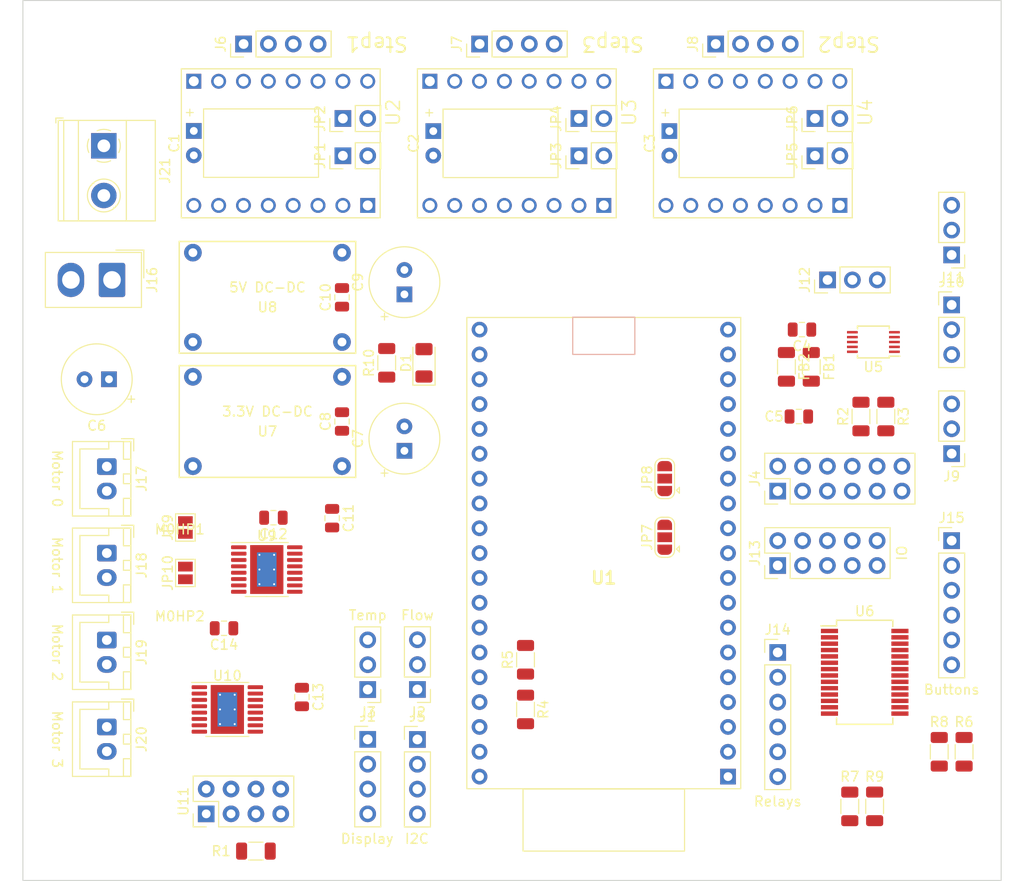
<source format=kicad_pcb>
(kicad_pcb (version 20211014) (generator pcbnew)
  (layers (0 "F.Cu" signal) (31 "B.Cu" signal) (34 "B.Paste" user) (35 "F.Paste" user) (36 "B.SilkS" user "B.Silkscreen") (37 "F.SilkS" user "F.Silkscreen") (38 "B.Mask" user) (39 "F.Mask" user) (44 "Edge.Cuts" user))
  (net 0 "")
  (net 1 "+12V")
  (net 2 "GND")
  (net 3 "Net-(C4-Pad1)")
  (net 4 "Net-(C4-Pad2)")
  (net 5 "+3V3")
  (net 6 "+5V")
  (net 7 "Net-(C11-Pad2)")
  (net 8 "Net-(C12-Pad1)")
  (net 9 "Net-(D1-Pad1)")
  (net 10 "/flow_counter")
  (net 11 "/temp_onewire")
  (net 12 "/GPI34")
  (net 13 "/ESPEN")
  (net 14 "/GPI35")
  (net 15 "/GPIO0")
  (net 16 "/GPI36")
  (net 17 "/GPIO2")
  (net 18 "/GPI39")
  (net 19 "/SDA")
  (net 20 "/SCL")
  (net 21 "Net-(J6-Pad1)")
  (net 22 "Net-(J6-Pad2)")
  (net 23 "Net-(J6-Pad3)")
  (net 24 "Net-(J6-Pad4)")
  (net 25 "/analog_sensors/PH_ANA")
  (net 26 "/analog_sensors/EC_ANA")
  (net 27 "/analog_sensors/WLEVEL_ANA")
  (net 28 "/analog_sensors/ANA3")
  (net 29 "/io_expander/IO0")
  (net 30 "/io_expander/IO7")
  (net 31 "/io_expander/IO1")
  (net 32 "/io_expander/IO6")
  (net 33 "/io_expander/IO2")
  (net 34 "/io_expander/IO5")
  (net 35 "/io_expander/IO3")
  (net 36 "/io_expander/IO4")
  (net 37 "/io_expander/RELAY0")
  (net 38 "/io_expander/RELAY1")
  (net 39 "/io_expander/RELAY2")
  (net 40 "/io_expander/RELAY3")
  (net 41 "/io_expander/BUTTON0")
  (net 42 "/io_expander/BUTTON1")
  (net 43 "/io_expander/BUTTON2")
  (net 44 "/io_expander/BUTTON3")
  (net 45 "Net-(J17-Pad1)")
  (net 46 "Net-(J17-Pad2)")
  (net 47 "Net-(J18-Pad1)")
  (net 48 "Net-(J18-Pad2)")
  (net 49 "Net-(J19-Pad1)")
  (net 50 "Net-(J19-Pad2)")
  (net 51 "Net-(JP1-Pad2)")
  (net 52 "Net-(JP2-Pad2)")
  (net 53 "Net-(R2-Pad2)")
  (net 54 "Net-(R3-Pad1)")
  (net 57 "Net-(R9-Pad2)")
  (net 58 "Net-(R8-Pad2)")
  (net 59 "Net-(R6-Pad2)")
  (net 60 "Net-(R7-Pad2)")
  (net 61 "/io_expander/INTERRUPT_2")
  (net 62 "/button_int")
  (net 63 "/motors_en")
  (net 65 "/m1_in1")
  (net 66 "/m1_in2")
  (net 67 "/m0_in2")
  (net 68 "/m0_in1")
  (net 69 "Net-(J20-Pad2)")
  (net 70 "Net-(J20-Pad1)")
  (net 72 "/m3_in1")
  (net 73 "/m3_in2")
  (net 74 "Net-(C14-Pad1)")
  (net 75 "/m2_in2")
  (net 76 "/m2_in1")
  (net 77 "/step_dir")
  (net 78 "/step_step")
  (net 81 "/step1_en")
  (net 84 "Net-(JP4-Pad2)")
  (net 85 "Net-(JP3-Pad2)")
  (net 86 "/step2_en")
  (net 87 "Net-(J7-Pad2)")
  (net 88 "Net-(J7-Pad1)")
  (net 89 "Net-(J7-Pad3)")
  (net 90 "Net-(J7-Pad4)")
  (net 93 "Net-(JP6-Pad2)")
  (net 94 "Net-(JP5-Pad2)")
  (net 95 "/step3_en")
  (net 96 "Net-(J8-Pad2)")
  (net 97 "Net-(J8-Pad1)")
  (net 98 "Net-(J8-Pad3)")
  (net 99 "Net-(J8-Pad4)")
  (net 100 "/RXD0")
  (net 101 "/TXD0")
  (net 109 "Net-(C13-Pad2)")
  (net 110 "Net-(JP7-Pad2)")
  (net 111 "Net-(JP8-Pad2)")
  (net 112 "Net-(R1-Pad1)")
  (footprint "Components:CP_Horizontal_Tantal_D7.0mm_P2.50mm_Flip" (layer "F.Cu") (at 126.08 53.36 90)
    (fp_text reference "C3" (at -1.25 -2 90) (layer "F.SilkS"))
    (fp_text value "100u")
    (pad "1" thru_hole rect (at 0 0 90) (size 1.6 1.6) (drill 0.8) (layers *.Cu *.Mask) (net 1 "+12V"))
    (pad "2" thru_hole circle (at -2.5 0 90) (size 1.6 1.6) (drill 0.8) (layers *.Cu *.Mask) (net 2 "GND"))
  )
  (footprint "Connector_PinHeader_2.54mm:PinHeader_1x03_P2.54mm_Vertical" (layer "F.Cu") (at 142.255 68.58 90)
    (fp_text reference "J12" (at 0 -2.33 90) (layer "F.SilkS"))
    (fp_text value "ANA3")
    (pad "1" thru_hole rect (at 0 0 90) (size 1.7 1.7) (drill 1) (layers *.Cu *.Mask) (net 5 "+3V3"))
    (pad "2" thru_hole oval (at 0 2.54 90) (size 1.7 1.7) (drill 1) (layers *.Cu *.Mask) (net 28 "/analog_sensors/ANA3"))
    (pad "3" thru_hole oval (at 0 5.08 90) (size 1.7 1.7) (drill 1) (layers *.Cu *.Mask) (net 2 "GND"))
  )
  (footprint "LED_SMD:LED_1206_3216Metric" (layer "F.Cu") (at 101 77.06 90)
    (fp_text reference "D1" (at 0 -1.82 90) (layer "F.SilkS"))
    (fp_text value "LED")
    (pad "1" smd roundrect (at -1.4 0 90) (size 1.25 1.75) (layers "F.Cu" "F.Paste" "F.Mask") (roundrect_rratio 0.2) (net 9 "Net-(D1-Pad1)"))
    (pad "2" smd roundrect (at 1.4 0 90) (size 1.25 1.75) (layers "F.Cu" "F.Paste" "F.Mask") (roundrect_rratio 0.2) (net 5 "+3V3"))
  )
  (footprint "MountingHole:MountingHole_3mm" (layer "F.Cu") (at 155 45)
    (fp_text reference "MH3" hide)
    (fp_text value "MountingHole_3mm")
    (pad "" np_thru_hole circle locked (at 0 0) (size 3 3) (drill 3) (layers *.Cu *.Mask))
  )
  (footprint "Resistor_SMD:R_1206_3216Metric" (layer "F.Cu") (at 147.066 122.423 90)
    (fp_text reference "R9" (at 3.043 0 180) (layer "F.SilkS"))
    (fp_text value "10k")
    (pad "1" smd roundrect (at -1.4625 0 90) (size 1.125 1.75) (layers "F.Cu" "F.Paste" "F.Mask") (roundrect_rratio 0.222222) (net 2 "GND"))
    (pad "2" smd roundrect (at 1.4625 0 90) (size 1.125 1.75) (layers "F.Cu" "F.Paste" "F.Mask") (roundrect_rratio 0.222222) (net 57 "Net-(R9-Pad2)"))
  )
  (footprint "Connector_PinHeader_2.54mm:PinHeader_1x04_P2.54mm_Vertical" (layer "F.Cu") (at 95.25 115.57)
    (fp_text reference "J1" (at 0 -2.33) (layer "F.SilkS"))
    (fp_text value "Display")
    (pad "1" thru_hole rect (at 0 0) (size 1.7 1.7) (drill 1) (layers *.Cu *.Mask) (net 5 "+3V3"))
    (pad "2" thru_hole oval (at 0 2.54) (size 1.7 1.7) (drill 1) (layers *.Cu *.Mask) (net 19 "/SDA"))
    (pad "3" thru_hole oval (at 0 5.08) (size 1.7 1.7) (drill 1) (layers *.Cu *.Mask) (net 20 "/SCL"))
    (pad "4" thru_hole oval (at 0 7.62) (size 1.7 1.7) (drill 1) (layers *.Cu *.Mask) (net 2 "GND"))
  )
  (footprint "Connector_PinHeader_2.54mm:PinHeader_1x03_P2.54mm_Vertical" (layer "F.Cu") (at 95.25 110.475 180)
    (fp_text reference "J3" (at 0 -2.33 180) (layer "F.SilkS"))
    (fp_text value "Onewire T")
    (pad "1" thru_hole rect (at 0 0 180) (size 1.7 1.7) (drill 1) (layers *.Cu *.Mask) (net 5 "+3V3"))
    (pad "2" thru_hole oval (at 0 2.54 180) (size 1.7 1.7) (drill 1) (layers *.Cu *.Mask) (net 11 "/temp_onewire"))
    (pad "3" thru_hole oval (at 0 5.08 180) (size 1.7 1.7) (drill 1) (layers *.Cu *.Mask) (net 2 "GND"))
  )
  (footprint "TerminalBlock_Phoenix:TerminalBlock_Phoenix_MKDS-1,5-2-5.08_1x02_P5.08mm_Horizontal" (layer "F.Cu") (at 68.275 54.864 -90)
    (fp_text reference "J21" (at 2.54 -6.26 90) (layer "F.SilkS"))
    (fp_text value "12V Power")
    (pad "1" thru_hole rect (at 0 0 270) (size 2.6 2.6) (drill 1.3) (layers *.Cu *.Mask) (net 1 "+12V"))
    (pad "2" thru_hole circle (at 5.08 0 270) (size 2.6 2.6) (drill 1.3) (layers *.Cu *.Mask) (net 2 "GND"))
  )
  (footprint "MountingHole:MountingHole_3mm" (layer "F.Cu") (at 155 125)
    (fp_text reference "MH3" hide)
    (fp_text value "MountingHole_3mm")
    (pad "" np_thru_hole circle locked (at 0 0) (size 3 3) (drill 3) (layers *.Cu *.Mask))
  )
  (footprint "Resistor_SMD:R_1206_3216Metric" (layer "F.Cu") (at 148.21 82.55 -90)
    (fp_text reference "R3" (at 0 -1.82 90) (layer "F.SilkS"))
    (fp_text value "10k")
    (pad "1" smd roundrect (at -1.4625 0 270) (size 1.125 1.75) (layers "F.Cu" "F.Paste" "F.Mask") (roundrect_rratio 0.222222) (net 54 "Net-(R3-Pad1)"))
    (pad "2" smd roundrect (at 1.4625 0 270) (size 1.125 1.75) (layers "F.Cu" "F.Paste" "F.Mask") (roundrect_rratio 0.222222) (net 2 "GND"))
  )
  (footprint "Connector_PinHeader_2.54mm:PinHeader_1x02_P2.54mm_Vertical" (layer "F.Cu") (at 92.71 52.07 90)
    (fp_text reference "JP2" (at 0 -2.33 90) (layer "F.SilkS"))
    (fp_text value "Step1_MS2")
    (pad "1" thru_hole rect (at 0 0 90) (size 1.7 1.7) (drill 1) (layers *.Cu *.Mask) (net 5 "+3V3"))
    (pad "2" thru_hole oval (at 0 2.54 90) (size 1.7 1.7) (drill 1) (layers *.Cu *.Mask) (net 52 "Net-(JP2-Pad2)"))
  )
  (footprint "Connector_PinHeader_2.54mm:PinHeader_1x04_P2.54mm_Vertical" (layer "F.Cu") (at 130.82 44.45 90)
    (fp_text reference "J8" (at 0 -2.33 90) (layer "F.SilkS"))
    (fp_text value "Step3")
    (pad "1" thru_hole rect (at 0 0 90) (size 1.7 1.7) (drill 1) (layers *.Cu *.Mask) (net 97 "Net-(J8-Pad1)"))
    (pad "2" thru_hole oval (at 0 2.54 90) (size 1.7 1.7) (drill 1) (layers *.Cu *.Mask) (net 96 "Net-(J8-Pad2)"))
    (pad "3" thru_hole oval (at 0 5.08 90) (size 1.7 1.7) (drill 1) (layers *.Cu *.Mask) (net 98 "Net-(J8-Pad3)"))
    (pad "4" thru_hole oval (at 0 7.62 90) (size 1.7 1.7) (drill 1) (layers *.Cu *.Mask) (net 99 "Net-(J8-Pad4)"))
  )
  (footprint "Connector_JST:JST_XH_B2B-XH-A_1x02_P2.50mm_Vertical" (layer "F.Cu") (at 68.58 87.67 -90)
    (fp_text reference "J17" (at 1.25 -3.55 -90) (layer "F.SilkS"))
    (fp_text value "DCM0")
    (pad "1" thru_hole roundrect (at 0 0 270) (size 1.7 2) (drill 1) (layers *.Cu *.Mask) (roundrect_rratio 0.147059) (net 45 "Net-(J17-Pad1)"))
    (pad "2" thru_hole oval (at 2.5 0 270) (size 1.7 2) (drill 1) (layers *.Cu *.Mask) (net 46 "Net-(J17-Pad2)"))
  )
  (footprint "Capacitor_SMD:C_0805_2012Metric" (layer "F.Cu") (at 85.61 92.9 180)
    (fp_text reference "C12" (at 0 -1.68 180) (layer "F.SilkS"))
    (fp_text value "2u2")
    (pad "1" smd roundrect (at -0.95 0 180) (size 1 1.45) (layers "F.Cu" "F.Paste" "F.Mask") (net 8 "Net-(C12-Pad1)"))
    (pad "2" smd roundrect (at 0.95 0 180) (size 1 1.45) (layers "F.Cu" "F.Paste" "F.Mask") (net 2 "GND"))
  )
  (footprint "Connector_PinHeader_2.54mm:PinHeader_2x05_P2.54mm_Vertical" (layer "F.Cu") (at 137.16 97.79 90)
    (fp_text reference "J13" (at 1.27 -2.33 90) (layer "F.SilkS"))
    (fp_text value "IO")
    (pad "1" thru_hole rect (at 0 0 90) (size 1.7 1.7) (drill 1) (layers *.Cu *.Mask) (net 5 "+3V3"))
    (pad "2" thru_hole oval (at 2.54 0 90) (size 1.7 1.7) (drill 1) (layers *.Cu *.Mask) (net 2 "GND"))
    (pad "3" thru_hole oval (at 0 2.54 90) (size 1.7 1.7) (drill 1) (layers *.Cu *.Mask) (net 31 "/io_expander/IO1"))
    (pad "4" thru_hole oval (at 2.54 2.54 90) (size 1.7 1.7) (drill 1) (layers *.Cu *.Mask) (net 29 "/io_expander/IO0"))
    (pad "5" thru_hole oval (at 0 5.08 90) (size 1.7 1.7) (drill 1) (layers *.Cu *.Mask) (net 35 "/io_expander/IO3"))
    (pad "6" thru_hole oval (at 2.54 5.08 90) (size 1.7 1.7) (drill 1) (layers *.Cu *.Mask) (net 33 "/io_expander/IO2"))
    (pad "7" thru_hole oval (at 0 7.62 90) (size 1.7 1.7) (drill 1) (layers *.Cu *.Mask) (net 36 "/io_expander/IO4"))
    (pad "8" thru_hole oval (at 2.54 7.62 90) (size 1.7 1.7) (drill 1) (layers *.Cu *.Mask) (net 34 "/io_expander/IO5"))
    (pad "9" thru_hole oval (at 0 10.16 90) (size 1.7 1.7) (drill 1) (layers *.Cu *.Mask) (net 32 "/io_expander/IO6"))
    (pad "10" thru_hole oval (at 2.54 10.16 90) (size 1.7 1.7) (drill 1) (layers *.Cu *.Mask) (net 30 "/io_expander/IO7"))
  )
  (footprint "PCB Modules:Mini360" (layer "F.Cu") (at 85 83.06)
    (fp_text reference "U7" (at 0 1.016) (layer "F.SilkS"))
    (fp_text value "3.3V DC-DC" (at 0 -1.016) (layer "F.SilkS"))
    (pad "1" thru_hole circle (at -7.62 -4.57) (size 1.8 1.8) (drill 0.9) (layers *.Cu *.Mask) (net 2 "GND"))
    (pad "2" thru_hole circle (at -7.62 4.57) (size 1.8 1.8) (drill 0.9) (layers *.Cu *.Mask) (net 1 "+12V"))
    (pad "3" thru_hole circle (at 7.62 -4.57) (size 1.8 1.8) (drill 0.9) (layers *.Cu *.Mask) (net 2 "GND"))
    (pad "4" thru_hole circle (at 7.62 4.57) (size 1.8 1.8) (drill 0.9) (layers *.Cu *.Mask) (net 5 "+3V3"))
  )
  (footprint "Capacitor_SMD:C_0805_2012Metric" (layer "F.Cu") (at 80.56 104.21 180)
    (fp_text reference "C14" (at 0 -1.68 180) (layer "F.SilkS"))
    (fp_text value "2u2")
    (pad "1" smd roundrect (at -0.95 0 180) (size 1 1.45) (layers "F.Cu" "F.Paste" "F.Mask") (net 74 "Net-(C14-Pad1)"))
    (pad "2" smd roundrect (at 0.95 0 180) (size 1 1.45) (layers "F.Cu" "F.Paste" "F.Mask") (net 2 "GND"))
  )
  (footprint "Connector_PinHeader_2.54mm:PinHeader_1x06_P2.54mm_Vertical" (layer "F.Cu") (at 154.94 95.245)
    (fp_text reference "J15" (at 0 -2.33) (layer "F.SilkS"))
    (fp_text value "Buttons")
    (pad "1" thru_hole rect (at 0 0) (size 1.7 1.7) (drill 1) (layers *.Cu *.Mask) (net 5 "+3V3"))
    (pad "2" thru_hole oval (at 0 2.54) (size 1.7 1.7) (drill 1) (layers *.Cu *.Mask) (net 2 "GND"))
    (pad "3" thru_hole oval (at 0 5.08) (size 1.7 1.7) (drill 1) (layers *.Cu *.Mask) (net 44 "/io_expander/BUTTON3"))
    (pad "4" thru_hole oval (at 0 7.62) (size 1.7 1.7) (drill 1) (layers *.Cu *.Mask) (net 43 "/io_expander/BUTTON2"))
    (pad "5" thru_hole oval (at 0 10.16) (size 1.7 1.7) (drill 1) (layers *.Cu *.Mask) (net 42 "/io_expander/BUTTON1"))
    (pad "6" thru_hole oval (at 0 12.7) (size 1.7 1.7) (drill 1) (layers *.Cu *.Mask) (net 41 "/io_expander/BUTTON0"))
  )
  (footprint "Capacitor_SMD:C_0805_2012Metric" (layer "F.Cu") (at 91.61 92.95 -90)
    (fp_text reference "C11" (at 0 -1.68 -90) (layer "F.SilkS"))
    (fp_text value "10n")
    (pad "1" smd roundrect (at -0.95 0 270) (size 1 1.45) (layers "F.Cu" "F.Paste" "F.Mask") (net 1 "+12V"))
    (pad "2" smd roundrect (at 0.95 0 270) (size 1 1.45) (layers "F.Cu" "F.Paste" "F.Mask") (net 7 "Net-(C11-Pad2)"))
  )
  (footprint "Resistor_SMD:R_1206_3216Metric" (layer "F.Cu") (at 138.05 77.47 -90)
    (fp_text reference "FB2" (at 0 -1.82 90) (layer "F.SilkS"))
    (fp_text value "FerriteBead_Small")
    (pad "1" smd roundrect (at -1.4625 0 270) (size 1.125 1.75) (layers "F.Cu" "F.Paste" "F.Mask") (roundrect_rratio 0.222222) (net 4 "Net-(C4-Pad2)"))
    (pad "2" smd roundrect (at 1.4625 0 270) (size 1.125 1.75) (layers "F.Cu" "F.Paste" "F.Mask") (roundrect_rratio 0.222222) (net 2 "GND"))
  )
  (footprint "Resistor_SMD:R_1206_3216Metric" (layer "F.Cu") (at 97.19 77.06 90)
    (fp_text reference "R10" (at 0 -1.82 90) (layer "F.SilkS"))
    (fp_text value "100")
    (pad "1" smd roundrect (at -1.4625 0 90) (size 1.125 1.75) (layers "F.Cu" "F.Paste" "F.Mask") (roundrect_rratio 0.222222) (net 9 "Net-(D1-Pad1)"))
    (pad "2" smd roundrect (at 1.4625 0 90) (size 1.125 1.75) (layers "F.Cu" "F.Paste" "F.Mask") (roundrect_rratio 0.222222) (net 2 "GND"))
  )
  (footprint "Jumper:SolderJumper-3_P1.3mm_Open_RoundedPad1.0x1.5mm" (layer "F.Cu") (at 125.61 94.9 90)
    (fp_text reference "JP7" (at 0 -1.8 90) (layer "F.SilkS"))
    (fp_text value "M1-IN1")
    (pad "1" smd custom (at -1.3 0 90) (size 1 0.5) (layers "F.Cu" "F.Mask") (net 65 "/m1_in1") (options (clearance outline) (anchor rect)) (primitives (gr_circle (center 0 0.25) (end 0.5 0.25) (width 0) (fill yes)) (gr_circle (center 0 -0.25) (end 0.5 -0.25) (width 0) (fill yes)) (gr_poly (pts (xy 0.55 0.75) (xy 0 0.75) (xy 0 -0.75) (xy 0.55 -0.75)) (width 0) (fill yes))))
    (pad "2" smd rect (at 0 0 90) (size 1 1.5) (layers "F.Cu" "F.Mask") (net 110 "Net-(JP7-Pad2)"))
    (pad "3" smd custom (at 1.3 0 90) (size 1 0.5) (layers "F.Cu" "F.Mask") (net 68 "/m0_in1") (options (clearance outline) (anchor rect)) (primitives (gr_circle (center 0 0.25) (end 0.5 0.25) (width 0) (fill yes)) (gr_circle (center 0 -0.25) (end 0.5 -0.25) (width 0) (fill yes)) (gr_poly (pts (xy 0 0.75) (xy -0.55 0.75) (xy -0.55 -0.75) (xy 0 -0.75)) (width 0) (fill yes))))
  )
  (footprint "Connector_PinHeader_2.54mm:PinHeader_1x02_P2.54mm_Vertical" (layer "F.Cu") (at 116.84 55.88 90)
    (fp_text reference "JP3" (at 0 -2.33 90) (layer "F.SilkS"))
    (fp_text value "Step2_MS1")
    (pad "1" thru_hole rect (at 0 0 90) (size 1.7 1.7) (drill 1) (layers *.Cu *.Mask) (net 5 "+3V3"))
    (pad "2" thru_hole oval (at 0 2.54 90) (size 1.7 1.7) (drill 1) (layers *.Cu *.Mask) (net 85 "Net-(JP3-Pad2)"))
  )
  (footprint "Connector_PinHeader_2.54mm:PinHeader_1x06_P2.54mm_Vertical" (layer "F.Cu") (at 137.16 106.68)
    (fp_text reference "J14" (at 0 -2.33) (layer "F.SilkS"))
    (fp_text value "Relays")
    (pad "1" thru_hole rect (at 0 0) (size 1.7 1.7) (drill 1) (layers *.Cu *.Mask) (net 5 "+3V3"))
    (pad "2" thru_hole oval (at 0 2.54) (size 1.7 1.7) (drill 1) (layers *.Cu *.Mask) (net 2 "GND"))
    (pad "3" thru_hole oval (at 0 5.08) (size 1.7 1.7) (drill 1) (layers *.Cu *.Mask) (net 37 "/io_expander/RELAY0"))
    (pad "4" thru_hole oval (at 0 7.62) (size 1.7 1.7) (drill 1) (layers *.Cu *.Mask) (net 38 "/io_expander/RELAY1"))
    (pad "5" thru_hole oval (at 0 10.16) (size 1.7 1.7) (drill 1) (layers *.Cu *.Mask) (net 39 "/io_expander/RELAY2"))
    (pad "6" thru_hole oval (at 0 12.7) (size 1.7 1.7) (drill 1) (layers *.Cu *.Mask) (net 40 "/io_expander/RELAY3"))
  )
  (footprint "Jumper:SolderJumper-3_P1.3mm_Open_RoundedPad1.0x1.5mm" (layer "F.Cu") (at 125.61 88.9 90)
    (fp_text reference "JP8" (at 0 -1.8 90) (layer "F.SilkS"))
    (fp_text value "M1-IN2")
    (pad "1" smd custom (at -1.3 0 90) (size 1 0.5) (layers "F.Cu" "F.Mask") (net 66 "/m1_in2") (options (clearance outline) (anchor rect)) (primitives (gr_circle (center 0 0.25) (end 0.5 0.25) (width 0) (fill yes)) (gr_circle (center 0 -0.25) (end 0.5 -0.25) (width 0) (fill yes)) (gr_poly (pts (xy 0.55 0.75) (xy 0 0.75) (xy 0 -0.75) (xy 0.55 -0.75)) (width 0) (fill yes))))
    (pad "2" smd rect (at 0 0 90) (size 1 1.5) (layers "F.Cu" "F.Mask") (net 111 "Net-(JP8-Pad2)"))
    (pad "3" smd custom (at 1.3 0 90) (size 1 0.5) (layers "F.Cu" "F.Mask") (net 67 "/m0_in2") (options (clearance outline) (anchor rect)) (primitives (gr_circle (center 0 0.25) (end 0.5 0.25) (width 0) (fill yes)) (gr_circle (center 0 -0.25) (end 0.5 -0.25) (width 0) (fill yes)) (gr_poly (pts (xy 0 0.75) (xy -0.55 0.75) (xy -0.55 -0.75) (xy 0 -0.75)) (width 0) (fill yes))))
  )
  (footprint "Capacitor_SMD:C_0805_2012Metric" (layer "F.Cu") (at 139.32 82.55 180)
    (fp_text reference "C5" (at 2.54 0 180) (layer "F.SilkS"))
    (fp_text value "1uF")
    (pad "1" smd roundrect (at -0.95 0 180) (size 1 1.45) (layers "F.Cu" "F.Paste" "F.Mask") (net 5 "+3V3"))
    (pad "2" smd roundrect (at 0.95 0 180) (size 1 1.45) (layers "F.Cu" "F.Paste" "F.Mask") (net 2 "GND"))
  )
  (footprint "Capacitor_SMD:C_0805_2012Metric" (layer "F.Cu") (at 92.62 70.36 90)
    (fp_text reference "C10" (at 0 -1.68 90) (layer "F.SilkS"))
    (fp_text value "100nF")
    (pad "1" smd roundrect (at -0.95 0 90) (size 1 1.45) (layers "F.Cu" "F.Paste" "F.Mask") (net 6 "+5V"))
    (pad "2" smd roundrect (at 0.95 0 90) (size 1 1.45) (layers "F.Cu" "F.Paste" "F.Mask") (net 2 "GND"))
  )
  (footprint "Connector_PinHeader_2.54mm:PinHeader_1x04_P2.54mm_Vertical" (layer "F.Cu") (at 82.56 44.45 90)
    (fp_text reference "J6" (at 0 -2.33 90) (layer "F.SilkS"))
    (fp_text value "Step1")
    (pad "1" thru_hole rect (at 0 0 90) (size 1.7 1.7) (drill 1) (layers *.Cu *.Mask) (net 21 "Net-(J6-Pad1)"))
    (pad "2" thru_hole oval (at 0 2.54 90) (size 1.7 1.7) (drill 1) (layers *.Cu *.Mask) (net 22 "Net-(J6-Pad2)"))
    (pad "3" thru_hole oval (at 0 5.08 90) (size 1.7 1.7) (drill 1) (layers *.Cu *.Mask) (net 23 "Net-(J6-Pad3)"))
    (pad "4" thru_hole oval (at 0 7.62 90) (size 1.7 1.7) (drill 1) (layers *.Cu *.Mask) (net 24 "Net-(J6-Pad4)"))
  )
  (footprint "Jumper:SolderJumper-2_P1.3mm_Open_Pad1.0x1.5mm" (layer "F.Cu") (at 76.61 93.9 90)
    (fp_text reference "JP9" (at 0 -1.8 90) (layer "F.SilkS"))
    (fp_text value "M0-HP1")
    (pad "1" smd rect (at -0.65 0 90) (size 1 1.5) (layers "F.Cu" "F.Mask") (net 47 "Net-(J18-Pad1)"))
    (pad "2" smd rect (at 0.65 0 90) (size 1 1.5) (layers "F.Cu" "F.Mask") (net 45 "Net-(J17-Pad1)"))
  )
  (footprint "PCB Modules:ESP01" (layer "F.Cu") (at 78.74 123.19 90)
    (fp_text reference "U11" (at 1.27 -2.33 90) (layer "F.SilkS"))
    (fp_text value "ESP01")
    (pad "1" thru_hole rect (at 0 0 90) (size 1.7 1.7) (drill 0.9) (layers *.Cu *.Mask) (net 100 "/RXD0"))
    (pad "2" thru_hole circle (at 2.54 0 90) (size 1.7 1.7) (drill 0.9) (layers *.Cu *.Mask) (net 2 "GND"))
    (pad "3" thru_hole circle (at 0 2.54 90) (size 1.7 1.7) (drill 0.9) (layers *.Cu *.Mask) (net 112 "Net-(R1-Pad1)"))
    (pad "4" thru_hole circle (at 2.54 2.54 90) (size 1.7 1.7) (drill 0.9) (layers *.Cu *.Mask))
    (pad "5" thru_hole circle (at 0 5.08 90) (size 1.7 1.7) (drill 0.9) (layers *.Cu *.Mask))
    (pad "6" thru_hole circle (at 2.54 5.08 90) (size 1.7 1.7) (drill 0.9) (layers *.Cu *.Mask))
    (pad "7" thru_hole circle (at 0 7.62 90) (size 1.7 1.7) (drill 0.9) (layers *.Cu *.Mask) (net 5 "+3V3"))
    (pad "8" thru_hole circle (at 2.54 7.62 90) (size 1.7 1.7) (drill 0.9) (layers *.Cu *.Mask) (net 101 "/TXD0"))
  )
  (footprint "Resistor_SMD:R_1206_3216Metric" (layer "F.Cu") (at 153.67 116.84 90)
    (fp_text reference "R8" (at 3.048 0) (layer "F.SilkS"))
    (fp_text value "10k")
    (pad "1" smd roundrect (at -1.4625 0 90) (size 1.125 1.75) (layers "F.Cu" "F.Paste" "F.Mask") (roundrect_rratio 0.222222) (net 2 "GND"))
    (pad "2" smd roundrect (at 1.4625 0 90) (size 1.125 1.75) (layers "F.Cu" "F.Paste" "F.Mask") (roundrect_rratio 0.222222) (net 58 "Net-(R8-Pad2)"))
  )
  (footprint "Jumper:SolderJumper-2_P1.3mm_Open_Pad1.0x1.5mm" (layer "F.Cu") (at 76.61 98.55 90)
    (fp_text reference "JP10" (at 0 -1.8 90) (layer "F.SilkS"))
    (fp_text value "M0-HP2")
    (pad "1" smd rect (at -0.65 0 90) (size 1 1.5) (layers "F.Cu" "F.Mask") (net 48 "Net-(J18-Pad2)"))
    (pad "2" smd rect (at 0.65 0 90) (size 1 1.5) (layers "F.Cu" "F.Mask") (net 46 "Net-(J17-Pad2)"))
  )
  (footprint "Connector_PinHeader_2.54mm:PinHeader_1x02_P2.54mm_Vertical" (layer "F.Cu") (at 140.97 55.88 90)
    (fp_text reference "JP5" (at 0 -2.33 90) (layer "F.SilkS"))
    (fp_text value "Step3_MS1")
    (pad "1" thru_hole rect (at 0 0 90) (size 1.7 1.7) (drill 1) (layers *.Cu *.Mask) (net 5 "+3V3"))
    (pad "2" thru_hole oval (at 0 2.54 90) (size 1.7 1.7) (drill 1) (layers *.Cu *.Mask) (net 94 "Net-(JP5-Pad2)"))
  )
  (footprint "Connector_PinHeader_2.54mm:PinHeader_2x06_P2.54mm_Vertical" (layer "F.Cu") (at 137.16 90.175 90)
    (fp_text reference "J4" (at 1.27 -2.33 90) (layer "F.SilkS"))
    (fp_text value "GPIO")
    (pad "1" thru_hole rect (at 0 0 90) (size 1.7 1.7) (drill 1) (layers *.Cu *.Mask) (net 5 "+3V3"))
    (pad "2" thru_hole oval (at 2.54 0 90) (size 1.7 1.7) (drill 1) (layers *.Cu *.Mask) (net 2 "GND"))
    (pad "3" thru_hole oval (at 0 2.54 90) (size 1.7 1.7) (drill 1) (layers *.Cu *.Mask) (net 6 "+5V"))
    (pad "4" thru_hole oval (at 2.54 2.54 90) (size 1.7 1.7) (drill 1) (layers *.Cu *.Mask) (net 2 "GND"))
    (pad "5" thru_hole oval (at 0 5.08 90) (size 1.7 1.7) (drill 1) (layers *.Cu *.Mask) (net 12 "/GPI34"))
    (pad "6" thru_hole oval (at 2.54 5.08 90) (size 1.7 1.7) (drill 1) (layers *.Cu *.Mask) (net 13 "/ESPEN"))
    (pad "7" thru_hole oval (at 0 7.62 90) (size 1.7 1.7) (drill 1) (layers *.Cu *.Mask) (net 14 "/GPI35"))
    (pad "8" thru_hole oval (at 2.54 7.62 90) (size 1.7 1.7) (drill 1) (layers *.Cu *.Mask) (net 15 "/GPIO0"))
    (pad "9" thru_hole oval (at 0 10.16 90) (size 1.7 1.7) (drill 1) (layers *.Cu *.Mask) (net 16 "/GPI36"))
    (pad "10" thru_hole oval (at 2.54 10.16 90) (size 1.7 1.7) (drill 1) (layers *.Cu *.Mask) (net 17 "/GPIO2"))
    (pad "11" thru_hole oval (at 0 12.7 90) (size 1.7 1.7) (drill 1) (layers *.Cu *.Mask) (net 18 "/GPI39"))
    (pad "12" thru_hole oval (at 2.54 12.7 90) (size 1.7 1.7) (drill 1) (layers *.Cu *.Mask))
  )
  (footprint "MountingHole:MountingHole_3mm" (layer "F.Cu") (at 65 45)
    (fp_text reference "MH3" hide)
    (fp_text value "MountingHole_3mm")
    (pad "" np_thru_hole circle locked (at 0 0) (size 3 3) (drill 3) (layers *.Cu *.Mask))
  )
  (footprint "Connector_JST:JST_XH_B2B-XH-A_1x02_P2.50mm_Vertical" (layer "F.Cu") (at 68.58 96.52 -90)
    (fp_text reference "J18" (at 1.25 -3.55 -90) (layer "F.SilkS"))
    (fp_text value "DCM1")
    (pad "1" thru_hole roundrect (at 0 0 270) (size 1.7 2) (drill 1) (layers *.Cu *.Mask) (roundrect_rratio 0.147059) (net 47 "Net-(J18-Pad1)"))
    (pad "2" thru_hole oval (at 2.5 0 270) (size 1.7 2) (drill 1) (layers *.Cu *.Mask) (net 48 "Net-(J18-Pad2)"))
  )
  (footprint "PCB Modules:TMC2208_Module" (layer "F.Cu") (at 110.49 54.61 -90)
    (fp_text reference "U3" (at -3.155 -11.489 90) (layer "F.SilkS") (effects (font (size 1.4 1.4))))
    (fp_text value "Step Ctrl 2")
    (pad "JP1_1" thru_hole rect (at 6.35 -8.89 270) (size 1.524 1.524) (drill 1.016) (layers *.Cu *.Mask) (net 77 "/step_dir"))
    (pad "JP1_2" thru_hole circle (at 6.35 -6.35 270) (size 1.524 1.524) (drill 1.016) (layers *.Cu *.Mask) (net 78 "/step_step"))
    (pad "JP1_3" thru_hole circle (at 6.35 -3.81 270) (size 1.524 1.524) (drill 1.016) (layers *.Cu *.Mask))
    (pad "JP1_4" thru_hole circle (at 6.35 -1.27 270) (size 1.524 1.524) (drill 1.016) (layers *.Cu *.Mask))
    (pad "JP1_5" thru_hole circle (at 6.35 1.27 270) (size 1.524 1.524) (drill 1.016) (layers *.Cu *.Mask))
    (pad "JP1_6" thru_hole circle (at 6.35 3.81 270) (size 1.524 1.524) (drill 1.016) (layers *.Cu *.Mask) (net 84 "Net-(JP4-Pad2)"))
    (pad "JP1_7" thru_hole circle (at 6.35 6.35 270) (size 1.524 1.524) (drill 1.016) (layers *.Cu *.Mask) (net 85 "Net-(JP3-Pad2)"))
    (pad "JP1_8" thru_hole circle (at 6.35 8.89 270) (size 1.524 1.524) (drill 1.016) (layers *.Cu *.Mask) (net 86 "/step2_en"))
    (pad "JP2_1" thru_hole rect (at -6.35 8.89 270) (size 1.524 1.524) (drill 1.016) (layers *.Cu *.Mask) (net 1 "+12V"))
    (pad "JP2_2" thru_hole circle (at -6.35 6.35 270) (size 1.524 1.524) (drill 1.016) (layers *.Cu *.Mask) (net 2 "GND"))
    (pad "JP2_3" thru_hole circle (at -6.35 3.81 270) (size 1.524 1.524) (drill 1.016) (layers *.Cu *.Mask) (net 88 "Net-(J7-Pad1)"))
    (pad "JP2_4" thru_hole circle (at -6.35 1.27 270) (size 1.524 1.524) (drill 1.016) (layers *.Cu *.Mask) (net 87 "Net-(J7-Pad2)"))
    (pad "JP2_5" thru_hole circle (at -6.35 -1.27 270) (size 1.524 1.524) (drill 1.016) (layers *.Cu *.Mask) (net 89 "Net-(J7-Pad3)"))
    (pad "JP2_6" thru_hole circle (at -6.35 -3.81 270) (size 1.524 1.524) (drill 1.016) (layers *.Cu *.Mask) (net 90 "Net-(J7-Pad4)"))
    (pad "JP2_7" thru_hole circle (at -6.35 -6.35 270) (size 1.524 1.524) (drill 1.016) (layers *.Cu *.Mask) (net 5 "+3V3"))
    (pad "JP2_8" thru_hole circle (at -6.35 -8.89 270) (size 1.524 1.524) (drill 1.016) (layers *.Cu *.Mask) (net 2 "GND"))
  )
  (footprint "Components:CP_Horizontal_Tantal_D7.0mm_P2.50mm_Flip" (layer "F.Cu") (at 77.47 53.34 90)
    (fp_text reference "C1" (at -1.25 -2 90) (layer "F.SilkS"))
    (fp_text value "100u")
    (pad "1" thru_hole rect (at 0 0 90) (size 1.6 1.6) (drill 0.8) (layers *.Cu *.Mask) (net 1 "+12V"))
    (pad "2" thru_hole circle (at -2.5 0 90) (size 1.6 1.6) (drill 0.8) (layers *.Cu *.Mask) (net 2 "GND"))
  )
  (footprint "Connector_PinHeader_2.54mm:PinHeader_1x04_P2.54mm_Vertical" (layer "F.Cu") (at 100.33 115.58)
    (fp_text reference "J5" (at 0 -2.33) (layer "F.SilkS"))
    (fp_text value "I2C")
    (pad "1" thru_hole rect (at 0 0) (size 1.7 1.7) (drill 1) (layers *.Cu *.Mask) (net 5 "+3V3"))
    (pad "2" thru_hole oval (at 0 2.54) (size 1.7 1.7) (drill 1) (layers *.Cu *.Mask) (net 19 "/SDA"))
    (pad "3" thru_hole oval (at 0 5.08) (size 1.7 1.7) (drill 1) (layers *.Cu *.Mask) (net 20 "/SCL"))
    (pad "4" thru_hole oval (at 0 7.62) (size 1.7 1.7) (drill 1) (layers *.Cu *.Mask) (net 2 "GND"))
  )
  (footprint "Connector_PinHeader_2.54mm:PinHeader_1x03_P2.54mm_Vertical" (layer "F.Cu") (at 154.94 66.025 180)
    (fp_text reference "J11" (at 0 -2.33) (layer "F.SilkS"))
    (fp_text value "WLEV_ANA")
    (pad "1" thru_hole rect (at 0 0 180) (size 1.7 1.7) (drill 1) (layers *.Cu *.Mask) (net 5 "+3V3"))
    (pad "2" thru_hole oval (at 0 2.54 180) (size 1.7 1.7) (drill 1) (layers *.Cu *.Mask) (net 27 "/analog_sensors/WLEVEL_ANA"))
    (pad "3" thru_hole oval (at 0 5.08 180) (size 1.7 1.7) (drill 1) (layers *.Cu *.Mask) (net 2 "GND"))
  )
  (footprint "Components:CP_Horizontal_Tantal_D7.0mm_P2.50mm_Flip" (layer "F.Cu") (at 101.95 53.36 90)
    (fp_text reference "C2" (at -1.25 -2 90) (layer "F.SilkS"))
    (fp_text value "100u")
    (pad "1" thru_hole rect (at 0 0 90) (size 1.6 1.6) (drill 0.8) (layers *.Cu *.Mask) (net 1 "+12V"))
    (pad "2" thru_hole circle (at -2.5 0 90) (size 1.6 1.6) (drill 0.8) (layers *.Cu *.Mask) (net 2 "GND"))
  )
  (footprint "Connector_PinHeader_2.54mm:PinHeader_1x02_P2.54mm_Vertical" (layer "F.Cu") (at 116.84 52.07 90)
    (fp_text reference "JP4" (at 0 -2.33 90) (layer "F.SilkS"))
    (fp_text value "Step2_MS2")
    (pad "1" thru_hole rect (at 0 0 90) (size 1.7 1.7) (drill 1) (layers *.Cu *.Mask) (net 5 "+3V3"))
    (pad "2" thru_hole oval (at 0 2.54 90) (size 1.7 1.7) (drill 1) (layers *.Cu *.Mask) (net 84 "Net-(JP4-Pad2)"))
  )
  (footprint "Connector_JST:JST_XH_B2B-XH-A_1x02_P2.50mm_Vertical" (layer "F.Cu") (at 68.58 114.3 -90)
    (fp_text reference "J20" (at 1.25 -3.55 -90) (layer "F.SilkS"))
    (fp_text value "DCM3")
    (pad "1" thru_hole roundrect (at 0 0 270) (size 1.7 2) (drill 1) (layers *.Cu *.Mask) (roundrect_rratio 0.147059) (net 70 "Net-(J20-Pad1)"))
    (pad "2" thru_hole oval (at 2.5 0 270) (size 1.7 2) (drill 1) (layers *.Cu *.Mask) (net 69 "Net-(J20-Pad2)"))
  )
  (footprint "PCB Modules:TMC2208_Module" (layer "F.Cu") (at 86.36 54.61 -90)
    (fp_text reference "U2" (at -3.155 -11.489 90) (layer "F.SilkS") (effects (font (size 1.4 1.4))))
    (fp_text value "Step Ctrl 1")
    (pad "JP1_1" thru_hole rect (at 6.35 -8.89 270) (size 1.524 1.524) (drill 1.016) (layers *.Cu *.Mask) (net 77 "/step_dir"))
    (pad "JP1_2" thru_hole circle (at 6.35 -6.35 270) (size 1.524 1.524) (drill 1.016) (layers *.Cu *.Mask) (net 78 "/step_step"))
    (pad "JP1_3" thru_hole circle (at 6.35 -3.81 270) (size 1.524 1.524) (drill 1.016) (layers *.Cu *.Mask))
    (pad "JP1_4" thru_hole circle (at 6.35 -1.27 270) (size 1.524 1.524) (drill 1.016) (layers *.Cu *.Mask))
    (pad "JP1_5" thru_hole circle (at 6.35 1.27 270) (size 1.524 1.524) (drill 1.016) (layers *.Cu *.Mask))
    (pad "JP1_6" thru_hole circle (at 6.35 3.81 270) (size 1.524 1.524) (drill 1.016) (layers *.Cu *.Mask) (net 52 "Net-(JP2-Pad2)"))
    (pad "JP1_7" thru_hole circle (at 6.35 6.35 270) (size 1.524 1.524) (drill 1.016) (layers *.Cu *.Mask) (net 51 "Net-(JP1-Pad2)"))
    (pad "JP1_8" thru_hole circle (at 6.35 8.89 270) (size 1.524 1.524) (drill 1.016) (layers *.Cu *.Mask) (net 81 "/step1_en"))
    (pad "JP2_1" thru_hole rect (at -6.35 8.89 270) (size 1.524 1.524) (drill 1.016) (layers *.Cu *.Mask) (net 1 "+12V"))
    (pad "JP2_2" thru_hole circle (at -6.35 6.35 270) (size 1.524 1.524) (drill 1.016) (layers *.Cu *.Mask) (net 2 "GND"))
    (pad "JP2_3" thru_hole circle (at -6.35 3.81 270) (size 1.524 1.524) (drill 1.016) (layers *.Cu *.Mask) (net 21 "Net-(J6-Pad1)"))
    (pad "JP2_4" thru_hole circle (at -6.35 1.27 270) (size 1.524 1.524) (drill 1.016) (layers *.Cu *.Mask) (net 22 "Net-(J6-Pad2)"))
    (pad "JP2_5" thru_hole circle (at -6.35 -1.27 270) (size 1.524 1.524) (drill 1.016) (layers *.Cu *.Mask) (net 23 "Net-(J6-Pad3)"))
    (pad "JP2_6" thru_hole circle (at -6.35 -3.81 270) (size 1.524 1.524) (drill 1.016) (layers *.Cu *.Mask) (net 24 "Net-(J6-Pad4)"))
    (pad "JP2_7" thru_hole circle (at -6.35 -6.35 270) (size 1.524 1.524) (drill 1.016) (layers *.Cu *.Mask) (net 5 "+3V3"))
    (pad "JP2_8" thru_hole circle (at -6.35 -8.89 270) (size 1.524 1.524) (drill 1.016) (layers *.Cu *.Mask) (net 2 "GND"))
  )
  (footprint "MountingHole:MountingHole_3mm" (layer "F.Cu") (at 65 125)
    (fp_text reference "MH3" hide)
    (fp_text value "MountingHole_3mm")
    (pad "" np_thru_hole circle locked (at 0 0) (size 3 3) (drill 3) (layers *.Cu *.Mask))
  )
  (footprint "Capacitor_SMD:C_0805_2012Metric" (layer "F.Cu") (at 88.52 111.24 -90)
    (fp_text reference "C13" (at 0 -1.68 -90) (layer "F.SilkS"))
    (fp_text value "10n")
    (pad "1" smd roundrect (at -0.95 0 270) (size 1 1.45) (layers "F.Cu" "F.Paste" "F.Mask") (net 1 "+12V"))
    (pad "2" smd roundrect (at 0.95 0 270) (size 1 1.45) (layers "F.Cu" "F.Paste" "F.Mask") (net 109 "Net-(C13-Pad2)"))
  )
  (footprint "Connector_PinHeader_2.54mm:PinHeader_1x04_P2.54mm_Vertical" (layer "F.Cu") (at 106.69 44.45 90)
    (fp_text reference "J7" (at 0 -2.33 90) (layer "F.SilkS"))
    (fp_text value "Step2")
    (pad "1" thru_hole rect (at 0 0 90) (size 1.7 1.7) (drill 1) (layers *.Cu *.Mask) (net 88 "Net-(J7-Pad1)"))
    (pad "2" thru_hole oval (at 0 2.54 90) (size 1.7 1.7) (drill 1) (layers *.Cu *.Mask) (net 87 "Net-(J7-Pad2)"))
    (pad "3" thru_hole oval (at 0 5.08 90) (size 1.7 1.7) (drill 1) (layers *.Cu *.Mask) (net 89 "Net-(J7-Pad3)"))
    (pad "4" thru_hole oval (at 0 7.62 90) (size 1.7 1.7) (drill 1) (layers *.Cu *.Mask) (net 90 "Net-(J7-Pad4)"))
  )
  (footprint "Package_SO:HTSSOP-16-1EP_4.4x5mm_P0.65mm_EP3.4x5mm_Mask2.46x2.31mm_ThermalVias" (layer "F.Cu") (at 84.93 98.2)
    (fp_text reference "U9" (at 0 -3.45) (layer "F.SilkS"))
    (fp_text value "DRV8833_M01")
    (pad "1" smd roundrect (at -2.8625 -2.275) (size 1.575 0.4) (layers "F.Cu" "F.Paste" "F.Mask") (net 63 "/motors_en"))
    (pad "2" smd roundrect (at -2.8625 -1.625) (size 1.575 0.4) (layers "F.Cu" "F.Paste" "F.Mask") (net 45 "Net-(J17-Pad1)"))
    (pad "3" smd roundrect (at -2.8625 -0.975) (size 1.575 0.4) (layers "F.Cu" "F.Paste" "F.Mask") (net 2 "GND"))
    (pad "4" smd roundrect (at -2.8625 -0.325) (size 1.575 0.4) (layers "F.Cu" "F.Paste" "F.Mask") (net 46 "Net-(J17-Pad2)"))
    (pad "5" smd roundrect (at -2.8625 0.325) (size 1.575 0.4) (layers "F.Cu" "F.Paste" "F.Mask") (net 47 "Net-(J18-Pad1)"))
    (pad "6" smd roundrect (at -2.8625 0.975) (size 1.575 0.4) (layers "F.Cu" "F.Paste" "F.Mask") (net 2 "GND"))
    (pad "7" smd roundrect (at -2.8625 1.625) (size 1.575 0.4) (layers "F.Cu" "F.Paste" "F.Mask") (net 48 "Net-(J18-Pad2)"))
    (pad "8" smd roundrect (at -2.8625 2.275) (size 1.575 0.4) (layers "F.Cu" "F.Paste" "F.Mask"))
    (pad "9" smd roundrect (at 2.8625 2.275) (size 1.575 0.4) (layers "F.Cu" "F.Paste" "F.Mask") (net 110 "Net-(JP7-Pad2)"))
    (pad "10" smd roundrect (at 2.8625 1.625) (size 1.575 0.4) (layers "F.Cu" "F.Paste" "F.Mask") (net 111 "Net-(JP8-Pad2)"))
    (pad "11" smd roundrect (at 2.8625 0.975) (size 1.575 0.4) (layers "F.Cu" "F.Paste" "F.Mask") (net 7 "Net-(C11-Pad2)"))
    (pad "12" smd roundrect (at 2.8625 0.325) (size 1.575 0.4) (layers "F.Cu" "F.Paste" "F.Mask") (net 1 "+12V"))
    (pad "13" smd roundrect (at 2.8625 -0.325) (size 1.575 0.4) (layers "F.Cu" "F.Paste" "F.Mask") (net 2 "GND"))
    (pad "14" smd roundrect (at 2.8625 -0.975) (size 1.575 0.4) (layers "F.Cu" "F.Paste" "F.Mask") (net 8 "Net-(C12-Pad1)"))
    (pad "15" smd roundrect (at 2.8625 -1.625) (size 1.575 0.4) (layers "F.Cu" "F.Paste" "F.Mask") (net 67 "/m0_in2"))
    (pad "16" smd roundrect (at 2.8625 -2.275) (size 1.575 0.4) (layers "F.Cu" "F.Paste" "F.Mask") (net 68 "/m0_in1"))
    (pad "17" thru_hole circle (at 0.75 0) (size 0.5 0.5) (drill 0.2) (layers *.Cu) (net 2 "GND"))
    (pad "17" thru_hole circle (at 0.75 -1.5) (size 0.5 0.5) (drill 0.2) (layers *.Cu) (net 2 "GND"))
    (pad "17" thru_hole circle (at -0.75 -1.5) (size 0.5 0.5) (drill 0.2) (layers *.Cu) (net 2 "GND"))
    (pad "17" thru_hole circle (at -0.75 0) (size 0.5 0.5) (drill 0.2) (layers *.Cu) (net 2 "GND"))
    (pad "17" thru_hole circle (at 0.75 1.5) (size 0.5 0.5) (drill 0.2) (layers *.Cu) (net 2 "GND"))
    (pad "17" thru_hole circle (at -0.75 1.5) (size 0.5 0.5) (drill 0.2) (layers *.Cu) (net 2 "GND"))
    (pad "17" smd rect (at 0 0) (size 3.4 5) (layers "F.Cu") (net 2 "GND"))
    (pad "17" smd rect (at 0 0) (size 2 3.5) (layers "B.Cu") (net 2 "GND"))
  )
  (footprint "Connector_PinHeader_2.54mm:PinHeader_1x02_P2.54mm_Vertical" (layer "F.Cu") (at 92.71 55.88 90)
    (fp_text reference "JP1" (at 0 -2.33 90) (layer "F.SilkS"))
    (fp_text value "Step1_MS1")
    (pad "1" thru_hole rect (at 0 0 90) (size 1.7 1.7) (drill 1) (layers *.Cu *.Mask) (net 5 "+3V3"))
    (pad "2" thru_hole oval (at 0 2.54 90) (size 1.7 1.7) (drill 1) (layers *.Cu *.Mask) (net 51 "Net-(JP1-Pad2)"))
  )
  (footprint "PCB Modules:TMC2208_Module" (layer "F.Cu") (at 134.62 54.61 -90)
    (fp_text reference "U4" (at -3.155 -11.489 90) (layer "F.SilkS") (effects (font (size 1.4 1.4))))
    (fp_text value "Step Ctrl 3")
    (pad "JP1_1" thru_hole rect (at 6.35 -8.89 270) (size 1.524 1.524) (drill 1.016) (layers *.Cu *.Mask) (net 77 "/step_dir"))
    (pad "JP1_2" thru_hole circle (at 6.35 -6.35 270) (size 1.524 1.524) (drill 1.016) (layers *.Cu *.Mask) (net 78 "/step_step"))
    (pad "JP1_3" thru_hole circle (at 6.35 -3.81 270) (size 1.524 1.524) (drill 1.016) (layers *.Cu *.Mask))
    (pad "JP1_4" thru_hole circle (at 6.35 -1.27 270) (size 1.524 1.524) (drill 1.016) (layers *.Cu *.Mask))
    (pad "JP1_5" thru_hole circle (at 6.35 1.27 270) (size 1.524 1.524) (drill 1.016) (layers *.Cu *.Mask))
    (pad "JP1_6" thru_hole circle (at 6.35 3.81 270) (size 1.524 1.524) (drill 1.016) (layers *.Cu *.Mask) (net 93 "Net-(JP6-Pad2)"))
    (pad "JP1_7" thru_hole circle (at 6.35 6.35 270) (size 1.524 1.524) (drill 1.016) (layers *.Cu *.Mask) (net 94 "Net-(JP5-Pad2)"))
    (pad "JP1_8" thru_hole circle (at 6.35 8.89 270) (size 1.524 1.524) (drill 1.016) (layers *.Cu *.Mask) (net 95 "/step3_en"))
    (pad "JP2_1" thru_hole rect (at -6.35 8.89 270) (size 1.524 1.524) (drill 1.016) (layers *.Cu *.Mask) (net 1 "+12V"))
    (pad "JP2_2" thru_hole circle (at -6.35 6.35 270) (size 1.524 1.524) (drill 1.016) (layers *.Cu *.Mask) (net 2 "GND"))
    (pad "JP2_3" thru_hole circle (at -6.35 3.81 270) (size 1.524 1.524) (drill 1.016) (layers *.Cu *.Mask) (net 97 "Net-(J8-Pad1)"))
    (pad "JP2_4" thru_hole circle (at -6.35 1.27 270) (size 1.524 1.524) (drill 1.016) (layers *.Cu *.Mask) (net 96 "Net-(J8-Pad2)"))
    (pad "JP2_5" thru_hole circle (at -6.35 -1.27 270) (size 1.524 1.524) (drill 1.016) (layers *.Cu *.Mask) (net 98 "Net-(J8-Pad3)"))
    (pad "JP2_6" thru_hole circle (at -6.35 -3.81 270) (size 1.524 1.524) (drill 1.016) (layers *.Cu *.Mask) (net 99 "Net-(J8-Pad4)"))
    (pad "JP2_7" thru_hole circle (at -6.35 -6.35 270) (size 1.524 1.524) (drill 1.016) (layers *.Cu *.Mask) (net 5 "+3V3"))
    (pad "JP2_8" thru_hole circle (at -6.35 -8.89 270) (size 1.524 1.524) (drill 1.016) (layers *.Cu *.Mask) (net 2 "GND"))
  )
  (footprint "PCB Modules:Mini360" (layer "F.Cu") (at 85 70.36)
    (fp_text reference "U8" (at 0 1.016) (layer "F.SilkS"))
    (fp_text value "5V DC-DC" (at 0 -1.016) (layer "F.SilkS"))
    (pad "1" thru_hole circle (at -7.62 -4.57) (size 1.8 1.8) (drill 0.9) (layers *.Cu *.Mask) (net 2 "GND"))
    (pad "2" thru_hole circle (at -7.62 4.57) (size 1.8 1.8) (drill 0.9) (layers *.Cu *.Mask) (net 1 "+12V"))
    (pad "3" thru_hole circle (at 7.62 -4.57) (size 1.8 1.8) (drill 0.9) (layers *.Cu *.Mask) (net 2 "GND"))
    (pad "4" thru_hole circle (at 7.62 4.57) (size 1.8 1.8) (drill 0.9) (layers *.Cu *.Mask) (net 6 "+5V"))
  )
  (footprint "Capacitor_SMD:C_0805_2012Metric" (layer "F.Cu") (at 139.64 73.66 180)
    (fp_text reference "C4" (at 0 -1.68) (layer "F.SilkS"))
    (fp_text value "1uF")
    (pad "1" smd roundrect (at -0.95 0 180) (size 1 1.45) (layers "F.Cu" "F.Paste" "F.Mask") (net 3 "Net-(C4-Pad1)"))
    (pad "2" smd roundrect (at 0.95 0 180) (size 1 1.45) (layers "F.Cu" "F.Paste" "F.Mask") (net 4 "Net-(C4-Pad2)"))
  )
  (footprint "Capacitor_THT:CP_Radial_Tantal_D7.0mm_P2.50mm" (layer "F.Cu") (at 99 70.06 90)
    (fp_text reference "C9" (at 1.25 -4.75 90) (layer "F.SilkS"))
    (fp_text value "100uF")
    (pad "1" thru_hole rect (at 0 0 90) (size 1.6 1.6) (drill 0.8) (layers *.Cu *.Mask) (net 6 "+5V"))
    (pad "2" thru_hole circle (at 2.5 0 90) (size 1.6 1.6) (drill 0.8) (layers *.Cu *.Mask) (net 2 "GND"))
  )
  (footprint "Connector_PinHeader_2.54mm:PinHeader_1x03_P2.54mm_Vertical" (layer "F.Cu") (at 154.94 86.345 180)
    (fp_text reference "J9" (at 0 -2.33) (layer "F.SilkS"))
    (fp_text value "PH_ANA")
    (pad "1" thru_hole rect (at 0 0 180) (size 1.7 1.7) (drill 1) (layers *.Cu *.Mask) (net 5 "+3V3"))
    (pad "2" thru_hole oval (at 0 2.54 180) (size 1.7 1.7) (drill 1) (layers *.Cu *.Mask) (net 25 "/analog_sensors/PH_ANA"))
    (pad "3" thru_hole oval (at 0 5.08 180) (size 1.7 1.7) (drill 1) (layers *.Cu *.Mask) (net 2 "GND"))
  )
  (footprint "Connectors:Molex_Mini-Fit_Jr_5556-02A_2x01_P4.20mm_Vertical" (layer "F.Cu") (at 69.11 68.58 -90)
    (fp_text reference "J16" (at 0 -4.1 -90) (layer "F.SilkS"))
    (fp_text value "12V Power")
    (pad "1" thru_hole roundrect (at 0 0 270) (size 3.5 2.7) (drill 1.8) (layers *.Cu *.Mask) (roundrect_rratio 0.092593) (net 1 "+12V"))
    (pad "2" thru_hole oval (at 0 4.2 270) (size 3.5 2.7) (drill 1.8) (layers *.Cu *.Mask "B.Adhes") (net 2 "GND"))
  )
  (footprint "Resistor_SMD:R_1206_3216Metric" (layer "F.Cu") (at 144.526 122.428 90)
    (fp_text reference "R7" (at 3.048 0 180) (layer "F.SilkS"))
    (fp_text value "10k")
    (pad "1" smd roundrect (at -1.4625 0 90) (size 1.125 1.75) (layers "F.Cu" "F.Paste" "F.Mask") (roundrect_rratio 0.222222) (net 5 "+3V3"))
    (pad "2" smd roundrect (at 1.4625 0 90) (size 1.125 1.75) (layers "F.Cu" "F.Paste" "F.Mask") (roundrect_rratio 0.222222) (net 60 "Net-(R7-Pad2)"))
  )
  (footprint "Resistor_SMD:R_1206_3216Metric" (layer "F.Cu") (at 140.59 77.47 -90)
    (fp_text reference "FB1" (at 0 -1.82 90) (layer "F.SilkS"))
    (fp_text value "FerriteBead_Small")
    (pad "1" smd roundrect (at -1.4625 0 270) (size 1.125 1.75) (layers "F.Cu" "F.Paste" "F.Mask") (roundrect_rratio 0.222222) (net 5 "+3V3"))
    (pad "2" smd roundrect (at 1.4625 0 270) (size 1.125 1.75) (layers "F.Cu" "F.Paste" "F.Mask") (roundrect_rratio 0.222222) (net 3 "Net-(C4-Pad1)"))
  )
  (footprint "Connector_PinHeader_2.54mm:PinHeader_1x02_P2.54mm_Vertical" (layer "F.Cu") (at 140.97 52.07 90)
    (fp_text reference "JP6" (at 0 -2.33 90) (layer "F.SilkS"))
    (fp_text value "Step3_MS2")
    (pad "1" thru_hole rect (at 0 0 90) (size 1.7 1.7) (drill 1) (layers *.Cu *.Mask) (net 5 "+3V3"))
    (pad "2" thru_hole oval (at 0 2.54 90) (size 1.7 1.7) (drill 1) (layers *.Cu *.Mask) (net 93 "Net-(JP6-Pad2)"))
  )
  (footprint "Connector_JST:JST_XH_B2B-XH-A_1x02_P2.50mm_Vertical" (layer "F.Cu") (at 68.58 105.41 -90)
    (fp_text reference "J19" (at 1.25 -3.55 -90) (layer "F.SilkS"))
    (fp_text value "DCM2")
    (pad "1" thru_hole roundrect (at 0 0 270) (size 1.7 2) (drill 1) (layers *.Cu *.Mask) (roundrect_rratio 0.147059) (net 49 "Net-(J19-Pad1)"))
    (pad "2" thru_hole oval (at 2.5 0 270) (size 1.7 2) (drill 1) (layers *.Cu *.Mask) (net 50 "Net-(J19-Pad2)"))
  )
  (footprint "Resistor_SMD:R_1206_3216Metric" (layer "F.Cu") (at 111.38 107.43 90)
    (fp_text reference "R5" (at 0 -1.82 90) (layer "F.SilkS"))
    (fp_text value "10k")
    (pad "1" smd roundrect (at -1.4625 0 90) (size 1.125 1.75) (layers "F.Cu" "F.Paste" "F.Mask") (roundrect_rratio 0.222222) (net 5 "+3V3"))
    (pad "2" smd roundrect (at 1.4625 0 90) (size 1.125 1.75) (layers "F.Cu" "F.Paste" "F.Mask") (roundrect_rratio 0.222222) (net 19 "/SDA"))
  )
  (footprint "Resistor_SMD:R_1206_3216Metric" (layer "F.Cu") (at 156.21 116.84 90)
    (fp_text reference "R6" (at 3.048 0 180) (layer "F.SilkS"))
    (fp_text value "10k")
    (pad "1" smd roundrect (at -1.4625 0 90) (size 1.125 1.75) (layers "F.Cu" "F.Paste" "F.Mask") (roundrect_rratio 0.222222) (net 2 "GND"))
    (pad "2" smd roundrect (at 1.4625 0 90) (size 1.125 1.75) (layers "F.Cu" "F.Paste" "F.Mask") (roundrect_rratio 0.222222) (net 59 "Net-(R6-Pad2)"))
  )
  (footprint "Capacitor_SMD:C_0805_2012Metric" (layer "F.Cu") (at 92.62 83.06 90)
    (fp_text reference "C8" (at 0 -1.68 90) (layer "F.SilkS"))
    (fp_text value "100nF")
    (pad "1" smd roundrect (at -0.95 0 90) (size 1 1.45) (layers "F.Cu" "F.Paste" "F.Mask") (net 5 "+3V3"))
    (pad "2" smd roundrect (at 0.95 0 90) (size 1 1.45) (layers "F.Cu" "F.Paste" "F.Mask") (net 2 "GND"))
  )
  (footprint "Capacitor_THT:CP_Radial_Tantal_D7.0mm_P2.50mm" (layer "F.Cu") (at 68.8 78.74 180)
    (fp_text reference "C6" (at 1.25 -4.75) (layer "F.SilkS"))
    (fp_text value "100uF")
    (pad "1" thru_hole rect (at 0 0 180) (size 1.6 1.6) (drill 0.8) (layers *.Cu *.Mask) (net 1 "+12V"))
    (pad "2" thru_hole circle (at 2.5 0 180) (size 1.6 1.6) (drill 0.8) (layers *.Cu *.Mask) (net 2 "GND"))
  )
  (footprint "Connector_PinHeader_2.54mm:PinHeader_1x03_P2.54mm_Vertical" (layer "F.Cu") (at 100.33 110.465 180)
    (fp_text reference "J2" (at 0 -2.33 180) (layer "F.SilkS"))
    (fp_text value "Flow Counter")
    (pad "1" thru_hole rect (at 0 0 180) (size 1.7 1.7) (drill 1) (layers *.Cu *.Mask) (net 5 "+3V3"))
    (pad "2" thru_hole oval (at 0 2.54 180) (size 1.7 1.7) (drill 1) (layers *.Cu *.Mask) (net 10 "/flow_counter"))
    (pad "3" thru_hole oval (at 0 5.08 180) (size 1.7 1.7) (drill 1) (layers *.Cu *.Mask) (net 2 "GND"))
  )
  (footprint "Resistor_SMD:R_1206_3216Metric" (layer "F.Cu") (at 83.82 127)
    (fp_text reference "R1" (at -3.556 0) (layer "F.SilkS"))
    (fp_text value "10k")
    (pad "1" smd roundrect (at -1.4625 0) (size 1.125 1.75) (layers "F.Cu" "F.Paste" "F.Mask") (roundrect_rratio 0.222222) (net 112 "Net-(R1-Pad1)"))
    (pad "2" smd roundrect (at 1.4625 0) (size 1.125 1.75) (layers "F.Cu" "F.Paste" "F.Mask") (roundrect_rratio 0.222222) (net 5 "+3V3"))
  )
  (footprint "Package_SO:TSSOP-10_3x3mm_P0.5mm" (layer "F.Cu") (at 146.94 74.93 180)
    (fp_text reference "U5" (at 0 -2.55) (layer "F.SilkS"))
    (fp_text value "ADC")
    (pad "1" smd rect (at -2.15 -1 180) (size 1.1 0.25) (layers "F.Cu" "F.Paste" "F.Mask") (net 54 "Net-(R3-Pad1)"))
    (pad "2" smd rect (at -2.15 -0.5 180) (size 1.1 0.25) (layers "F.Cu" "F.Paste" "F.Mask") (net 53 "Net-(R2-Pad2)"))
    (pad "3" smd rect (at -2.15 0 180) (size 1.1 0.25) (layers "F.Cu" "F.Paste" "F.Mask") (net 2 "GND"))
    (pad "4" smd rect (at -2.15 0.5 180) (size 1.1 0.25) (layers "F.Cu" "F.Paste" "F.Mask") (net 25 "/analog_sensors/PH_ANA"))
    (pad "5" smd rect (at -2.15 1 180) (size 1.1 0.25) (layers "F.Cu" "F.Paste" "F.Mask") (net 26 "/analog_sensors/EC_ANA"))
    (pad "6" smd rect (at 2.15 1 180) (size 1.1 0.25) (layers "F.Cu" "F.Paste" "F.Mask") (net 27 "/analog_sensors/WLEVEL_ANA"))
    (pad "7" smd rect (at 2.15 0.5 180) (size 1.1 0.25) (layers "F.Cu" "F.Paste" "F.Mask") (net 28 "/analog_sensors/ANA3"))
    (pad "8" smd rect (at 2.15 0 180) (size 1.1 0.25) (layers "F.Cu" "F.Paste" "F.Mask") (net 5 "+3V3"))
    (pad "9" smd rect (at 2.15 -0.5 180) (size 1.1 0.25) (layers "F.Cu" "F.Paste" "F.Mask") (net 19 "/SDA"))
    (pad "10" smd rect (at 2.15 -1 180) (size 1.1 0.25) (layers "F.Cu" "F.Paste" "F.Mask") (net 20 "/SCL"))
  )
  (footprint "Capacitor_THT:CP_Radial_Tantal_D7.0mm_P2.50mm" (layer "F.Cu") (at 99 86.06 90)
    (fp_text reference "C7" (at 1.25 -4.75 90) (layer "F.SilkS"))
    (fp_text value "100uF")
    (pad "1" thru_hole rect (at 0 0 90) (size 1.6 1.6) (drill 0.8) (layers *.Cu *.Mask) (net 5 "+3V3"))
    (pad "2" thru_hole circle (at 2.5 0 90) (size 1.6 1.6) (drill 0.8) (layers *.Cu *.Mask) (net 2 "GND"))
  )
  (footprint "Package_SO:SSOP-28_5.3x10.2mm_P0.65mm" (layer "F.Cu") (at 146.05 108.712)
    (fp_text reference "U6" (at 0 -6.25) (layer "F.SilkS"))
    (fp_text value "MCP23017")
    (pad "1" smd rect (at -3.6 -4.225) (size 1.75 0.45) (layers "F.Cu" "F.Paste" "F.Mask") (net 29 "/io_expander/IO0"))
    (pad "2" smd rect (at -3.6 -3.575) (size 1.75 0.45) (layers "F.Cu" "F.Paste" "F.Mask") (net 31 "/io_expander/IO1"))
    (pad "3" smd rect (at -3.6 -2.925) (size 1.75 0.45) (layers "F.Cu" "F.Paste" "F.Mask") (net 33 "/io_expander/IO2"))
    (pad "4" smd rect (at -3.6 -2.275) (size 1.75 0.45) (layers "F.Cu" "F.Paste" "F.Mask") (net 35 "/io_expander/IO3"))
    (pad "5" smd rect (at -3.6 -1.625) (size 1.75 0.45) (layers "F.Cu" "F.Paste" "F.Mask") (net 37 "/io_expander/RELAY0"))
    (pad "6" smd rect (at -3.6 -0.975) (size 1.75 0.45) (layers "F.Cu" "F.Paste" "F.Mask") (net 38 "/io_expander/RELAY1"))
    (pad "7" smd rect (at -3.6 -0.325) (size 1.75 0.45) (layers "F.Cu" "F.Paste" "F.Mask") (net 39 "/io_expander/RELAY2"))
    (pad "8" smd rect (at -3.6 0.325) (size 1.75 0.45) (layers "F.Cu" "F.Paste" "F.Mask") (net 40 "/io_expander/RELAY3"))
    (pad "9" smd rect (at -3.6 0.975) (size 1.75 0.45) (layers "F.Cu" "F.Paste" "F.Mask") (net 5 "+3V3"))
    (pad "10" smd rect (at -3.6 1.625) (size 1.75 0.45) (layers "F.Cu" "F.Paste" "F.Mask") (net 2 "GND"))
    (pad "11" smd rect (at -3.6 2.275) (size 1.75 0.45) (layers "F.Cu" "F.Paste" "F.Mask"))
    (pad "12" smd rect (at -3.6 2.925) (size 1.75 0.45) (layers "F.Cu" "F.Paste" "F.Mask") (net 20 "/SCL"))
    (pad "13" smd rect (at -3.6 3.575) (size 1.75 0.45) (layers "F.Cu" "F.Paste" "F.Mask") (net 19 "/SDA"))
    (pad "14" smd rect (at -3.6 4.225) (size 1.75 0.45) (layers "F.Cu" "F.Paste" "F.Mask"))
    (pad "15" smd rect (at 3.6 4.225) (size 1.75 0.45) (layers "F.Cu" "F.Paste" "F.Mask") (net 57 "Net-(R9-Pad2)"))
    (pad "16" smd rect (at 3.6 3.575) (size 1.75 0.45) (layers "F.Cu" "F.Paste" "F.Mask") (net 58 "Net-(R8-Pad2)"))
    (pad "17" smd rect (at 3.6 2.925) (size 1.75 0.45) (layers "F.Cu" "F.Paste" "F.Mask") (net 59 "Net-(R6-Pad2)"))
    (pad "18" smd rect (at 3.6 2.275) (size 1.75 0.45) (layers "F.Cu" "F.Paste" "F.Mask") (net 60 "Net-(R7-Pad2)"))
    (pad "19" smd rect (at 3.6 1.625) (size 1.75 0.45) (layers "F.Cu" "F.Paste" "F.Mask") (net 61 "/io_expander/INTERRUPT_2"))
    (pad "20" smd rect (at 3.6 0.975) (size 1.75 0.45) (layers "F.Cu" "F.Paste" "F.Mask") (net 62 "/button_int"))
    (pad "21" smd rect (at 3.6 0.325) (size 1.75 0.45) (layers "F.Cu" "F.Paste" "F.Mask") (net 41 "/io_expander/BUTTON0"))
    (pad "22" smd rect (at 3.6 -0.325) (size 1.75 0.45) (layers "F.Cu" "F.Paste" "F.Mask") (net 42 "/io_expander/BUTTON1"))
    (pad "23" smd rect (at 3.6 -0.975) (size 1.75 0.45) (layers "F.Cu" "F.Paste" "F.Mask") (net 43 "/io_expander/BUTTON2"))
    (pad "24" smd rect (at 3.6 -1.625) (size 1.75 0.45) (layers "F.Cu" "F.Paste" "F.Mask") (net 44 "/io_expander/BUTTON3"))
    (pad "25" smd rect (at 3.6 -2.275) (size 1.75 0.45) (layers "F.Cu" "F.Paste" "F.Mask") (net 36 "/io_expander/IO4"))
    (pad "26" smd rect (at 3.6 -2.925) (size 1.75 0.45) (layers "F.Cu" "F.Paste" "F.Mask") (net 34 "/io_expander/IO5"))
    (pad "27" smd rect (at 3.6 -3.575) (size 1.75 0.45) (layers "F.Cu" "F.Paste" "F.Mask") (net 32 "/io_expander/IO6"))
    (pad "28" smd rect (at 3.6 -4.225) (size 1.75 0.45) (layers "F.Cu" "F.Paste" "F.Mask") (net 30 "/io_expander/IO7"))
  )
  (footprint "Connector_PinHeader_2.54mm:PinHeader_1x03_P2.54mm_Vertical" (layer "F.Cu") (at 154.94 71.135)
    (fp_text reference "J10" (at 0 -2.33) (layer "F.SilkS"))
    (fp_text value "EC_ANA")
    (pad "1" thru_hole rect (at 0 0) (size 1.7 1.7) (drill 1) (layers *.Cu *.Mask) (net 5 "+3V3"))
    (pad "2" thru_hole oval (at 0 2.54) (size 1.7 1.7) (drill 1) (layers *.Cu *.Mask) (net 26 "/analog_sensors/EC_ANA"))
    (pad "3" thru_hole oval (at 0 5.08) (size 1.7 1.7) (drill 1) (layers *.Cu *.Mask) (net 2 "GND"))
  )
  (footprint "Resistor_SMD:R_1206_3216Metric" (layer "F.Cu") (at 145.67 82.55 90)
    (fp_text reference "R2" (at 0 -1.82 90) (layer "F.SilkS"))
    (fp_text value "10k")
    (pad "1" smd roundrect (at -1.4625 0 90) (size 1.125 1.75) (layers "F.Cu" "F.Paste" "F.Mask") (roundrect_rratio 0.222222) (net 5 "+3V3"))
    (pad "2" smd roundrect (at 1.4625 0 90) (size 1.125 1.75) (layers "F.Cu" "F.Paste" "F.Mask") (roundrect_rratio 0.222222) (net 53 "Net-(R2-Pad2)"))
  )
  (footprint "Resistor_SMD:R_1206_3216Metric" (layer "F.Cu") (at 111.38 112.51 -90)
    (fp_text reference "R4" (at 0 -1.82 90) (layer "F.SilkS"))
    (fp_text value "10k")
    (pad "1" smd roundrect (at -1.4625 0 270) (size 1.125 1.75) (layers "F.Cu" "F.Paste" "F.Mask") (roundrect_rratio 0.222222) (net 5 "+3V3"))
    (pad "2" smd roundrect (at 1.4625 0 270) (size 1.125 1.75) (layers "F.Cu" "F.Paste" "F.Mask") (roundrect_rratio 0.222222) (net 20 "/SCL"))
  )
  (footprint "Package_SO:HTSSOP-16-1EP_4.4x5mm_P0.65mm_EP3.4x5mm_Mask2.46x2.31mm_ThermalVias" (layer "F.Cu") (at 80.9 112.51)
    (fp_text reference "U10" (at 0 -3.45) (layer "F.SilkS"))
    (fp_text value "DRV8833_M23")
    (pad "1" smd roundrect (at -2.8625 -2.275) (size 1.575 0.4) (layers "F.Cu" "F.Paste" "F.Mask") (net 63 "/motors_en"))
    (pad "2" smd roundrect (at -2.8625 -1.625) (size 1.575 0.4) (layers "F.Cu" "F.Paste" "F.Mask") (net 49 "Net-(J19-Pad1)"))
    (pad "3" smd roundrect (at -2.8625 -0.975) (size 1.575 0.4) (layers "F.Cu" "F.Paste" "F.Mask") (net 2 "GND"))
    (pad "4" smd roundrect (at -2.8625 -0.325) (size 1.575 0.4) (layers "F.Cu" "F.Paste" "F.Mask") (net 50 "Net-(J19-Pad2)"))
    (pad "5" smd roundrect (at -2.8625 0.325) (size 1.575 0.4) (layers "F.Cu" "F.Paste" "F.Mask") (net 70 "Net-(J20-Pad1)"))
    (pad "6" smd roundrect (at -2.8625 0.975) (size 1.575 0.4) (layers "F.Cu" "F.Paste" "F.Mask") (net 2 "GND"))
    (pad "7" smd roundrect (at -2.8625 1.625) (size 1.575 0.4) (layers "F.Cu" "F.Paste" "F.Mask") (net 69 "Net-(J20-Pad2)"))
    (pad "8" smd roundrect (at -2.8625 2.275) (size 1.575 0.4) (layers "F.Cu" "F.Paste" "F.Mask"))
    (pad "9" smd roundrect (at 2.8625 2.275) (size 1.575 0.4) (layers "F.Cu" "F.Paste" "F.Mask") (net 72 "/m3_in1"))
    (pad "10" smd roundrect (at 2.8625 1.625) (size 1.575 0.4) (layers "F.Cu" "F.Paste" "F.Mask") (net 73 "/m3_in2"))
    (pad "11" smd roundrect (at 2.8625 0.975) (size 1.575 0.4) (layers "F.Cu" "F.Paste" "F.Mask") (net 109 "Net-(C13-Pad2)"))
    (pad "12" smd roundrect (at 2.8625 0.325) (size 1.575 0.4) (layers "F.Cu" "F.Paste" "F.Mask") (net 1 "+12V"))
    (pad "13" smd roundrect (at 2.8625 -0.325) (size 1.575 0.4) (layers "F.Cu" "F.Paste" "F.Mask") (net 2 "GND"))
    (pad "14" smd roundrect (at 2.8625 -0.975) (size 1.575 0.4) (layers "F.Cu" "F.Paste" "F.Mask") (net 74 "Net-(C14-Pad1)"))
    (pad "15" smd roundrect (at 2.8625 -1.625) (size 1.575 0.4) (layers "F.Cu" "F.Paste" "F.Mask") (net 75 "/m2_in2"))
    (pad "16" smd roundrect (at 2.8625 -2.275) (size 1.575 0.4) (layers "F.Cu" "F.Paste" "F.Mask") (net 76 "/m2_in1"))
    (pad "17" thru_hole circle (at -0.75 -1.5) (size 0.5 0.5) (drill 0.2) (layers *.Cu) (net 2 "GND"))
    (pad "17" thru_hole circle (at 0.75 1.5) (size 0.5 0.5) (drill 0.2) (layers *.Cu) (net 2 "GND"))
    (pad "17" thru_hole circle (at 0.75 0) (size 0.5 0.5) (drill 0.2) (layers *.Cu) (net 2 "GND"))
    (pad "17" smd rect (at 0 0) (size 3.4 5) (layers "F.Cu") (net 2 "GND"))
    (pad "17" thru_hole circle (at -0.75 1.5) (size 0.5 0.5) (drill 0.2) (layers *.Cu) (net 2 "GND"))
    (pad "17" smd rect (at 0 0) (size 2 3.5) (layers "B.Cu") (net 2 "GND"))
    (pad "17" thru_hole circle (at 0.75 -1.5) (size 0.5 0.5) (drill 0.2) (layers *.Cu) (net 2 "GND"))
    (pad "17" thru_hole circle (at -0.75 0) (size 0.5 0.5) (drill 0.2) (layers *.Cu) (net 2 "GND"))
  )
  (footprint "PCB Modules:ESP32_DevKitC_V4" (layer "F.Cu") (at 119.38 96.52 180)
    (fp_text reference "U1" (at 0 -2.54) (layer "F.SilkS") (effects (font (size 1.27 1.27) (thickness 0.254))))
    (fp_text value "ESP32-DevKitC" hide)
    (pad "1" thru_hole rect (at -12.7 -22.86 180) (size 1.6 1.6) (drill 0.9) (layers *.Cu *.Mask))
    (pad "2" thru_hole circle (at -12.7 -20.32 180) (size 1.6 1.6) (drill 0.9) (layers *.Cu *.Mask) (net 13 "/ESPEN"))
    (pad "3" thru_hole circle (at -12.7 -17.78 180) (size 1.6 1.6) (drill 0.9) (layers *.Cu *.Mask) (net 62 "/button_int"))
    (pad "4" thru_hole circle (at -12.7 -15.24 180) (size 1.6 1.6) (drill 0.9) (layers *.Cu *.Mask) (net 14 "/GPI35"))
    (pad "5" thru_hole circle (at -12.7 -12.7 180) (size 1.6 1.6) (drill 0.9) (layers *.Cu *.Mask) (net 16 "/GPI36"))
    (pad "6" thru_hole circle (at -12.7 -10.16 180) (size 1.6 1.6) (drill 0.9) (layers *.Cu *.Mask) (net 18 "/GPI39"))
    (pad "7" thru_hole circle (at -12.7 -7.62 180) (size 1.6 1.6) (drill 0.9) (layers *.Cu *.Mask) (net 73 "/m3_in2"))
    (pad "8" thru_hole circle (at -12.7 -5.08 180) (size 1.6 1.6) (drill 0.9) (layers *.Cu *.Mask) (net 72 "/m3_in1"))
    (pad "9" thru_hole circle (at -12.7 -2.54 180) (size 1.6 1.6) (drill 0.9) (layers *.Cu *.Mask) (net 75 "/m2_in2"))
    (pad "10" thru_hole circle (at -12.7 0 180) (size 1.6 1.6) (drill 0.9) (layers *.Cu *.Mask) (net 76 "/m2_in1"))
    (pad "11" thru_hole circle (at -12.7 2.54 180) (size 1.6 1.6) (drill 0.9) (layers *.Cu *.Mask) (net 66 "/m1_in2"))
    (pad "12" thru_hole circle (at -12.7 5.08 180) (size 1.6 1.6) (drill 0.9) (layers *.Cu *.Mask) (net 65 "/m1_in1"))
    (pad "13" thru_hole circle (at -12.7 7.62 180) (size 1.6 1.6) (drill 0.9) (layers *.Cu *.Mask) (net 67 "/m0_in2"))
    (pad "14" thru_hole circle (at -12.7 10.16 180) (size 1.6 1.6) (drill 0.9) (layers *.Cu *.Mask) (net 2 "GND"))
    (pad "15" thru_hole circle (at -12.7 12.7 180) (size 1.6 1.6) (drill 0.9) (layers *.Cu *.Mask) (net 68 "/m0_in1"))
    (pad "16" thru_hole circle (at -12.7 15.24 180) (size 1.6 1.6) (drill 0.9) (layers *.Cu *.Mask))
    (pad "17" thru_hole circle (at -12.7 17.78 180) (size 1.6 1.6) (drill 0.9) (layers *.Cu *.Mask))
    (pad "18" thru_hole circle (at -12.7 20.32 180) (size 1.6 1.6) (drill 0.9) (layers *.Cu *.Mask))
    (pad "19" thru_hole circle (at -12.7 22.86 180) (size 1.6 1.6) (drill 0.9) (layers *.Cu *.Mask) (net 6 "+5V"))
    (pad "20" thru_hole circle (at 12.7 22.86 180) (size 1.6 1.6) (drill 0.9) (layers *.Cu *.Mask))
    (pad "21" thru_hole circle (at 12.7 20.32 180) (size 1.6 1.6) (drill 0.9) (layers *.Cu *.Mask))
    (pad "22" thru_hole circle (at 12.7 17.78 180) (size 1.6 1.6) (drill 0.9) (layers *.Cu *.Mask))
    (pad "23" thru_hole circle (at 12.7 15.24 180) (size 1.6 1.6) (drill 0.9) (layers *.Cu *.Mask) (net 11 "/temp_onewire"))
    (pad "24" thru_hole circle (at 12.7 12.7 180) (size 1.6 1.6) (drill 0.9) (layers *.Cu *.Mask) (net 17 "/GPIO2"))
    (pad "25" thru_hole circle (at 12.7 10.16 180) (size 1.6 1.6) (drill 0.9) (layers *.Cu *.Mask) (net 15 "/GPIO0"))
    (pad "26" thru_hole circle (at 12.7 7.62 180) (size 1.6 1.6) (drill 0.9) (layers *.Cu *.Mask) (net 81 "/step1_en"))
    (pad "27" thru_hole circle (at 12.7 5.08 180) (size 1.6 1.6) (drill 0.9) (layers *.Cu *.Mask) (net 78 "/step_step"))
    (pad "28" thru_hole circle (at 12.7 2.54 180) (size 1.6 1.6) (drill 0.9) (layers *.Cu *.Mask) (net 77 "/step_dir"))
    (pad "29" thru_hole circle (at 12.7 0 180) (size 1.6 1.6) (drill 0.9) (layers *.Cu *.Mask) (net 10 "/flow_counter"))
    (pad "30" thru_hole circle (at 12.7 -2.54 180) (size 1.6 1.6) (drill 0.9) (layers *.Cu *.Mask) (net 86 "/step2_en"))
    (pad "31" thru_hole circle (at 12.7 -5.08 180) (size 1.6 1.6) (drill 0.9) (layers *.Cu *.Mask) (net 95 "/step3_en"))
    (pad "32" thru_hole circle (at 12.7 -7.62 180) (size 1.6 1.6) (drill 0.9) (layers *.Cu *.Mask) (net 2 "GND"))
    (pad "33" thru_hole circle (at 12.7 -10.16 180) (size 1.6 1.6) (drill 0.9) (layers *.Cu *.Mask) (net 19 "/SDA"))
    (pad "34" thru_hole circle (at 12.7 -12.7 180) (size 1.6 1.6) (drill 0.9) (layers *.Cu *.Mask) (net 100 "/RXD0"))
    (pad "35" thru_hole circle (at 12.7 -15.24 180) (size 1.6 1.6) (drill 0.9) (layers *.Cu *.Mask) (net 101 "/TXD0"))
    (pad "36" thru_hole circle (at 12.7 -17.78 180) (size 1.6 1.6) (drill 0.9) (layers *.Cu *.Mask) (net 20 "/SCL"))
    (pad "37" thru_hole circle (at 12.7 -20.32 180) (size 1.6 1.6) (drill 0.9) (layers *.Cu *.Mask) (net 63 "/motors_en"))
    (pad "38" thru_hole circle (at 12.7 -22.86 180) (size 1.6 1.6) (drill 0.9) (layers *.Cu *.Mask) (net 2 "GND"))
  )
  (gr_rect locked (start 60 40) (end 160 130) (layer "Edge.Cuts") (width 0.1) (fill none))
  (gr_text "Step3" (at 120.3 44.45 180) (layer "F.SilkS") (effects (font (size 1.5 1.5) (thickness 0.2))))
  (gr_text "M0HP2" (at 76.04 102.985) (layer "F.SilkS") (effects (font (size 1 1))))
  (gr_text "Buttons" (at 154.94 110.485) (layer "F.SilkS") (effects (font (size 1 1))))
  (gr_text "Flow" (at 100.33 102.87) (layer "F.SilkS") (effects (font (size 1 1))))
  (gr_text "Motor 2" (at 63.5 106.68 270) (layer "F.SilkS") (effects (font (size 1 1))))
  (gr_text "Step2" (at 144.43 44.45 180) (layer "F.SilkS") (effects (font (size 1.5 1.5) (thickness 0.2))))
  (gr_text "M0HP1" (at 76.04 94.095) (layer "F.SilkS") (effects (font (size 1 1))))
  (gr_text "Temp" (at 95.25 102.87) (layer "F.SilkS") (effects (font (size 1 1))))
  (gr_text "Display" (at 95.19 125.74) (layer "F.SilkS") (effects (font (size 1 1))))
  (gr_text "Motor 0" (at 63.5 88.9 270) (layer "F.SilkS") (effects (font (size 1 1))))
  (gr_text "IO" (at 149.86 96.515 90) (layer "F.SilkS") (effects (font (size 1 1))))
  (gr_text "Relays" (at 137.16 121.92) (layer "F.SilkS") (effects (font (size 1 1))))
  (gr_text "I2C" (at 100.27 125.74) (layer "F.SilkS") (effects (font (size 1 1))))
  (gr_text "Motor 1" (at 63.5 97.79 270) (layer "F.SilkS") (effects (font (size 1 1))))
  (gr_text "Motor 3" (at 63.5 115.57 270) (layer "F.SilkS") (effects (font (size 1 1))))
  (gr_text "Step1" (at 96.17 44.45 180) (layer "F.SilkS") (effects (font (size 1.5 1.5) (thickness 0.2))))
)
</source>
